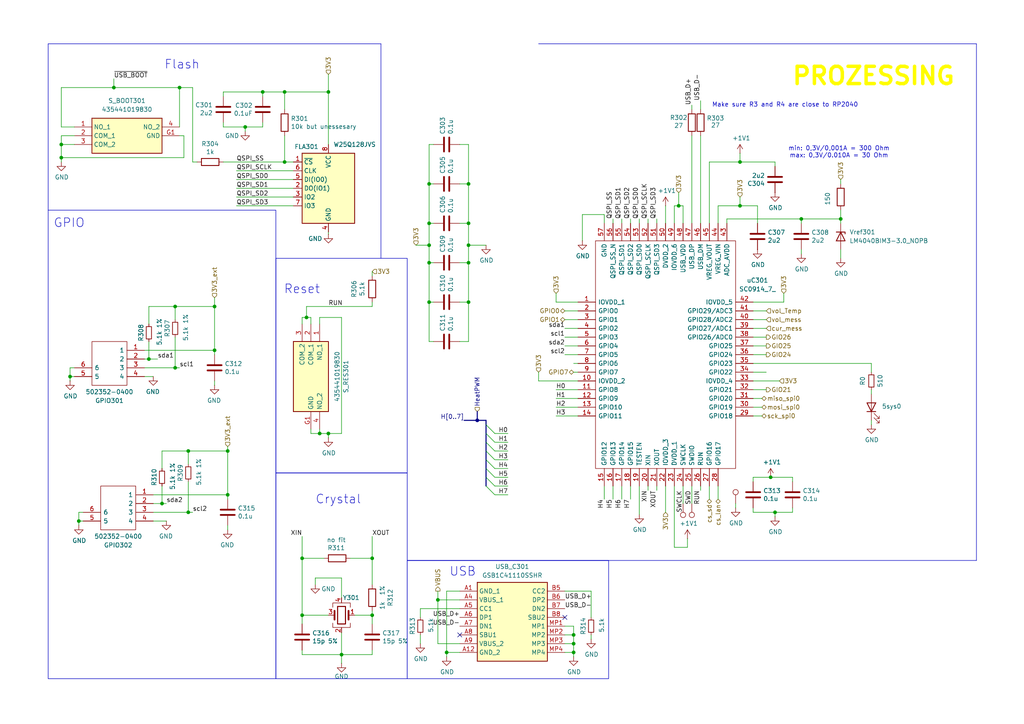
<source format=kicad_sch>
(kicad_sch (version 20231120) (generator "eeschema") (generator_version "8.0")
  (paper "A4")
  (junction (at 43.18 104.14))
  (junction (at 223.52 138.43))
  (junction (at 71.12 36.83))
  (junction (at 243.84 63.5))
  (junction (at 135.89 76.2))
  (junction (at 66.04 130.81))
  (junction (at 214.63 46.99))
  (junction (at 95.25 125.73))
  (junction (at 135.89 64.77))
  (junction (at 124.46 53.34))
  (junction (at 127 173.99))
  (junction (at 17.78 45.72))
  (junction (at 88.9 92.075))
  (junction (at 87.63 178.435))
  (junction (at 129.54 189.23))
  (junction (at 46.99 146.05))
  (junction (at 76.2 26.67))
  (junction (at 62.23 101.6))
  (junction (at 107.95 178.435))
  (junction (at 54.61 130.81))
  (junction (at 224.79 148.59))
  (junction (at 52.07 25.4))
  (junction (at 82.55 26.67))
  (junction (at 50.8 106.68))
  (junction (at 124.46 87.63))
  (junction (at 82.55 46.99))
  (junction (at 50.8 88.9))
  (junction (at 124.46 76.2))
  (junction (at 135.89 87.63))
  (junction (at 33.02 25.4))
  (junction (at 124.46 64.77))
  (junction (at 138.43 121.92))
  (junction (at 232.41 63.5))
  (junction (at 99.06 189.865))
  (junction (at 135.89 71.12))
  (junction (at 92.71 125.73))
  (junction (at 196.85 59.69))
  (junction (at 95.25 26.67))
  (junction (at 22.86 151.13))
  (junction (at 214.63 59.69))
  (junction (at 124.46 71.12))
  (junction (at 87.63 161.925))
  (junction (at 54.61 148.59))
  (junction (at 17.78 41.91))
  (junction (at 107.95 161.925))
  (junction (at 66.04 143.51))
  (junction (at 166.37 189.23))
  (junction (at 20.32 109.22))
  (junction (at 166.37 186.69))
  (junction (at 62.23 88.9))
  (junction (at 166.37 184.15))
  (junction (at 135.89 53.34))
  (no_connect (at 133.35 184.15))
  (no_connect (at 163.83 179.07))
  (bus_entry (at 143.51 133.35) (size -2.54 -2.54))
  (bus_entry (at 143.51 140.97) (size -2.54 -2.54))
  (bus_entry (at 143.51 130.81) (size -2.54 -2.54))
  (bus_entry (at 143.51 128.27) (size -2.54 -2.54))
  (bus_entry (at 143.51 135.89) (size -2.54 -2.54))
  (bus_entry (at 143.51 143.51) (size -2.54 -2.54))
  (bus_entry (at 140.97 123.19) (size 2.54 2.54))
  (bus_entry (at 143.51 138.43) (size -2.54 -2.54))
  (wire (pts (xy 147.32 130.81) (xy 143.51 130.81)))
  (wire (pts (xy 166.37 107.95) (xy 167.64 107.95)))
  (wire (pts (xy 163.83 189.23) (xy 166.37 189.23)))
  (wire (pts (xy 121.92 186.69) (xy 121.92 184.15)))
  (wire (pts (xy 210.82 63.5) (xy 210.82 64.77)))
  (wire (pts (xy 92.71 125.73) (xy 92.71 124.46)))
  (wire (pts (xy 180.34 144.78) (xy 180.34 140.97)))
  (wire (pts (xy 88.9 88.9) (xy 107.95 88.9)))
  (polyline (pts (xy 110.49 12.7) (xy 110.49 74.93)))
  (wire (pts (xy 54.61 130.81) (xy 54.61 134.62)))
  (wire (pts (xy 133.35 189.23) (xy 129.54 189.23)))
  (wire (pts (xy 166.37 186.69) (xy 166.37 184.15)))
  (wire (pts (xy 87.63 178.435) (xy 87.63 180.975)))
  (wire (pts (xy 168.91 62.23) (xy 168.91 69.85)))
  (wire (pts (xy 190.5 63.5) (xy 190.5 64.77)))
  (wire (pts (xy 208.28 140.97) (xy 208.28 144.78)))
  (wire (pts (xy 46.99 140.97) (xy 46.99 146.05)))
  (wire (pts (xy 232.41 63.5) (xy 243.84 63.5)))
  (wire (pts (xy 167.64 120.65) (xy 161.29 120.65)))
  (wire (pts (xy 129.54 190.5) (xy 129.54 189.23)))
  (wire (pts (xy 205.74 46.99) (xy 205.74 64.77)))
  (wire (pts (xy 185.42 63.5) (xy 185.42 64.77)))
  (wire (pts (xy 218.44 138.43) (xy 223.52 138.43)))
  (wire (pts (xy 163.83 97.79) (xy 167.64 97.79)))
  (wire (pts (xy 203.2 142.24) (xy 203.2 140.97)))
  (wire (pts (xy 195.58 140.97) (xy 195.58 158.75)))
  (wire (pts (xy 219.71 59.69) (xy 219.71 64.77)))
  (wire (pts (xy 82.55 46.99) (xy 85.09 46.99)))
  (wire (pts (xy 125.73 99.06) (xy 124.46 99.06)))
  (wire (pts (xy 99.06 167.64) (xy 91.44 167.64)))
  (wire (pts (xy 166.37 189.23) (xy 166.37 186.69)))
  (wire (pts (xy 87.63 92.075) (xy 88.9 92.075)))
  (bus (pts (xy 140.97 121.92) (xy 138.43 121.92)))
  (wire (pts (xy 124.46 71.12) (xy 124.46 76.2)))
  (wire (pts (xy 193.04 59.69) (xy 193.04 64.77)))
  (wire (pts (xy 208.28 59.69) (xy 214.63 59.69)))
  (wire (pts (xy 87.63 189.865) (xy 99.06 189.865)))
  (wire (pts (xy 88.9 92.075) (xy 88.9 88.9)))
  (wire (pts (xy 99.06 92.075) (xy 99.06 125.73)))
  (wire (pts (xy 163.83 184.15) (xy 166.37 184.15)))
  (wire (pts (xy 62.23 88.9) (xy 62.23 101.6)))
  (wire (pts (xy 21.59 36.83) (xy 17.78 36.83)))
  (wire (pts (xy 252.73 105.41) (xy 252.73 107.95)))
  (wire (pts (xy 64.77 36.83) (xy 64.77 35.56)))
  (wire (pts (xy 218.44 113.03) (xy 222.25 113.03)))
  (wire (pts (xy 232.41 72.39) (xy 232.41 73.66)))
  (wire (pts (xy 99.06 189.865) (xy 107.95 189.865)))
  (wire (pts (xy 232.41 63.5) (xy 232.41 64.77)))
  (wire (pts (xy 22.86 148.59) (xy 22.86 151.13)))
  (wire (pts (xy 252.73 123.19) (xy 252.73 121.92)))
  (wire (pts (xy 87.63 161.925) (xy 87.63 178.435)))
  (wire (pts (xy 41.91 106.68) (xy 50.8 106.68)))
  (wire (pts (xy 156.21 110.49) (xy 167.64 110.49)))
  (wire (pts (xy 17.78 25.4) (xy 33.02 25.4)))
  (wire (pts (xy 76.2 27.94) (xy 76.2 26.67)))
  (wire (pts (xy 218.44 105.41) (xy 252.73 105.41)))
  (wire (pts (xy 17.78 39.37) (xy 17.78 41.91)))
  (wire (pts (xy 107.95 189.865) (xy 107.95 188.595)))
  (wire (pts (xy 95.25 26.67) (xy 95.25 41.91)))
  (wire (pts (xy 222.25 100.33) (xy 218.44 100.33)))
  (wire (pts (xy 133.35 53.34) (xy 135.89 53.34)))
  (wire (pts (xy 214.63 57.15) (xy 214.63 59.69)))
  (wire (pts (xy 133.35 41.91) (xy 135.89 41.91)))
  (wire (pts (xy 62.23 86.36) (xy 62.23 88.9)))
  (wire (pts (xy 129.54 171.45) (xy 133.35 171.45)))
  (wire (pts (xy 161.29 87.63) (xy 167.64 87.63)))
  (bus (pts (xy 140.97 133.35) (xy 140.97 135.89)))
  (wire (pts (xy 135.89 64.77) (xy 135.89 53.34)))
  (wire (pts (xy 88.9 92.075) (xy 90.17 92.075)))
  (wire (pts (xy 107.95 178.435) (xy 107.95 180.975)))
  (wire (pts (xy 62.23 101.6) (xy 62.23 102.87)))
  (wire (pts (xy 147.32 138.43) (xy 143.51 138.43)))
  (wire (pts (xy 43.18 88.9) (xy 43.18 93.98)))
  (wire (pts (xy 46.99 130.81) (xy 54.61 130.81)))
  (wire (pts (xy 135.89 71.12) (xy 140.97 71.12)))
  (wire (pts (xy 167.64 115.57) (xy 161.29 115.57)))
  (wire (pts (xy 229.87 139.7) (xy 229.87 138.43)))
  (wire (pts (xy 62.23 88.9) (xy 50.8 88.9)))
  (wire (pts (xy 135.89 71.12) (xy 135.89 64.77)))
  (wire (pts (xy 99.06 125.73) (xy 95.25 125.73)))
  (polyline (pts (xy 156.21 12.7) (xy 283.21 12.7)))
  (wire (pts (xy 177.8 144.78) (xy 177.8 140.97)))
  (wire (pts (xy 135.89 71.12) (xy 135.89 76.2)))
  (bus (pts (xy 134.62 121.92) (xy 138.43 121.92)))
  (bus (pts (xy 140.97 121.92) (xy 140.97 123.19)))
  (wire (pts (xy 127 173.99) (xy 133.35 173.99)))
  (wire (pts (xy 214.63 46.99) (xy 224.79 46.99)))
  (wire (pts (xy 163.83 102.87) (xy 167.64 102.87)))
  (wire (pts (xy 218.44 115.57) (xy 220.98 115.57)))
  (wire (pts (xy 224.79 148.59) (xy 229.87 148.59)))
  (wire (pts (xy 166.37 190.5) (xy 166.37 189.23)))
  (wire (pts (xy 147.32 140.97) (xy 143.51 140.97)))
  (wire (pts (xy 185.42 149.225) (xy 185.42 140.97)))
  (wire (pts (xy 163.83 100.33) (xy 167.64 100.33)))
  (bus (pts (xy 140.97 135.89) (xy 140.97 138.43)))
  (bus (pts (xy 140.97 133.35) (xy 140.97 130.81)))
  (wire (pts (xy 177.8 63.5) (xy 177.8 64.77)))
  (wire (pts (xy 92.71 125.73) (xy 90.17 125.73)))
  (wire (pts (xy 22.86 152.4) (xy 22.86 151.13)))
  (wire (pts (xy 33.02 22.86) (xy 33.02 25.4)))
  (wire (pts (xy 22.86 151.13) (xy 24.13 151.13)))
  (wire (pts (xy 85.09 59.69) (xy 68.58 59.69)))
  (wire (pts (xy 124.46 64.77) (xy 124.46 71.12)))
  (wire (pts (xy 107.95 169.545) (xy 107.95 161.925)))
  (wire (pts (xy 82.55 26.67) (xy 95.25 26.67)))
  (wire (pts (xy 44.45 146.05) (xy 46.99 146.05)))
  (wire (pts (xy 133.35 99.06) (xy 135.89 99.06)))
  (wire (pts (xy 222.25 102.87) (xy 218.44 102.87)))
  (wire (pts (xy 156.21 107.95) (xy 156.21 110.49)))
  (wire (pts (xy 218.44 118.11) (xy 220.98 118.11)))
  (wire (pts (xy 127 171.45) (xy 127 173.99)))
  (wire (pts (xy 20.32 106.68) (xy 21.59 106.68)))
  (wire (pts (xy 166.37 105.41) (xy 167.64 105.41)))
  (wire (pts (xy 224.79 46.99) (xy 224.79 48.26)))
  (wire (pts (xy 200.66 30.48) (xy 200.66 31.75)))
  (wire (pts (xy 44.45 151.13) (xy 48.26 151.13)))
  (bus (pts (xy 140.97 123.19) (xy 140.97 125.73)))
  (wire (pts (xy 125.73 87.63) (xy 124.46 87.63)))
  (wire (pts (xy 43.18 104.14) (xy 45.72 104.14)))
  (wire (pts (xy 55.88 46.99) (xy 57.15 46.99)))
  (wire (pts (xy 95.25 125.73) (xy 92.71 125.73)))
  (wire (pts (xy 147.32 143.51) (xy 143.51 143.51)))
  (wire (pts (xy 85.09 52.07) (xy 68.58 52.07)))
  (wire (pts (xy 99.06 192.405) (xy 99.06 189.865)))
  (wire (pts (xy 87.63 92.075) (xy 87.63 93.98)))
  (wire (pts (xy 124.46 53.34) (xy 124.46 41.91)))
  (wire (pts (xy 182.88 144.78) (xy 182.88 140.97)))
  (wire (pts (xy 175.26 144.78) (xy 175.26 140.97)))
  (wire (pts (xy 135.89 76.2) (xy 135.89 87.63)))
  (wire (pts (xy 43.18 99.06) (xy 43.18 104.14)))
  (wire (pts (xy 227.33 87.63) (xy 218.44 87.63)))
  (wire (pts (xy 92.71 92.075) (xy 99.06 92.075)))
  (wire (pts (xy 166.37 181.61) (xy 163.83 181.61)))
  (wire (pts (xy 17.78 39.37) (xy 21.59 39.37)))
  (wire (pts (xy 53.34 45.72) (xy 17.78 45.72)))
  (wire (pts (xy 243.84 72.39) (xy 243.84 74.93)))
  (wire (pts (xy 22.86 148.59) (xy 24.13 148.59)))
  (bus (pts (xy 138.43 121.92) (xy 138.43 119.38)))
  (wire (pts (xy 44.45 143.51) (xy 66.04 143.51)))
  (wire (pts (xy 87.63 155.575) (xy 87.63 161.925)))
  (wire (pts (xy 133.35 64.77) (xy 135.89 64.77)))
  (wire (pts (xy 102.87 178.435) (xy 107.95 178.435)))
  (wire (pts (xy 127 186.69) (xy 133.35 186.69)))
  (wire (pts (xy 187.96 140.97) (xy 187.96 142.24)))
  (wire (pts (xy 182.88 63.5) (xy 182.88 64.77)))
  (wire (pts (xy 54.61 139.7) (xy 54.61 148.59)))
  (wire (pts (xy 82.55 31.75) (xy 82.55 26.67)))
  (wire (pts (xy 229.87 148.59) (xy 229.87 147.32)))
  (polyline (pts (xy 283.21 12.7) (xy 283.21 162.56)))
  (wire (pts (xy 210.82 63.5) (xy 232.41 63.5)))
  (wire (pts (xy 66.04 143.51) (xy 66.04 144.78)))
  (wire (pts (xy 166.37 184.15) (xy 166.37 181.61)))
  (wire (pts (xy 135.89 53.34) (xy 135.89 41.91)))
  (wire (pts (xy 87.63 189.865) (xy 87.63 188.595)))
  (wire (pts (xy 43.18 88.9) (xy 50.8 88.9)))
  (wire (pts (xy 214.63 59.69) (xy 219.71 59.69)))
  (wire (pts (xy 195.58 59.69) (xy 196.85 59.69)))
  (wire (pts (xy 76.2 36.83) (xy 76.2 35.56)))
  (wire (pts (xy 33.02 25.4) (xy 52.07 25.4)))
  (wire (pts (xy 20.32 106.68) (xy 20.32 109.22)))
  (wire (pts (xy 125.73 53.34) (xy 124.46 53.34)))
  (wire (pts (xy 107.95 80.01) (xy 107.95 78.74)))
  (wire (pts (xy 167.64 118.11) (xy 161.29 118.11)))
  (wire (pts (xy 50.8 97.79) (xy 50.8 106.68)))
  (polyline (pts (xy 13.97 12.7) (xy 110.49 12.7)))
  (wire (pts (xy 196.85 55.88) (xy 196.85 59.69)))
  (wire (pts (xy 71.12 36.83) (xy 76.2 36.83)))
  (wire (pts (xy 195.58 158.75) (xy 199.39 158.75)))
  (wire (pts (xy 92.71 93.98) (xy 92.71 92.075)))
  (wire (pts (xy 171.45 171.45) (xy 171.45 179.07)))
  (wire (pts (xy 200.66 140.97) (xy 200.66 146.05)))
  (polyline (pts (xy 13.97 60.96) (xy 13.97 12.7)))
  (wire (pts (xy 222.25 97.79) (xy 218.44 97.79)))
  (wire (pts (xy 41.91 109.22) (xy 44.45 109.22)))
  (wire (pts (xy 163.83 186.69) (xy 166.37 186.69)))
  (wire (pts (xy 64.77 46.99) (xy 82.55 46.99)))
  (wire (pts (xy 147.32 128.27) (xy 143.51 128.27)))
  (wire (pts (xy 168.91 62.23) (xy 175.26 62.23)))
  (wire (pts (xy 64.77 26.67) (xy 64.77 27.94)))
  (wire (pts (xy 95.25 67.945) (xy 95.25 67.31)))
  (wire (pts (xy 147.32 135.89) (xy 143.51 135.89)))
  (wire (pts (xy 243.84 63.5) (xy 243.84 64.77)))
  (wire (pts (xy 125.73 64.77) (xy 124.46 64.77)))
  (wire (pts (xy 223.52 138.43) (xy 229.87 138.43)))
  (wire (pts (xy 107.95 88.9) (xy 107.95 87.63)))
  (wire (pts (xy 208.28 59.69) (xy 208.28 64.77)))
  (wire (pts (xy 17.78 41.91) (xy 17.78 45.72)))
  (wire (pts (xy 163.83 171.45) (xy 171.45 171.45)))
  (wire (pts (xy 195.58 59.69) (xy 195.58 64.77)))
  (wire (pts (xy 66.04 153.67) (xy 66.04 152.4)))
  (wire (pts (xy 76.2 26.67) (xy 64.77 26.67)))
  (wire (pts (xy 90.17 93.98) (xy 90.17 92.075)))
  (wire (pts (xy 133.35 76.2) (xy 135.89 76.2)))
  (wire (pts (xy 203.2 64.77) (xy 203.2 39.37)))
  (wire (pts (xy 66.04 130.81) (xy 66.04 129.54)))
  (wire (pts (xy 41.91 104.14) (xy 43.18 104.14)))
  (wire (pts (xy 218.44 107.95) (xy 222.25 107.95)))
  (wire (pts (xy 161.29 85.09) (xy 161.29 87.63)))
  (wire (pts (xy 227.33 85.09) (xy 227.33 87.63)))
  (wire (pts (xy 125.73 41.91) (xy 124.46 41.91)))
  (wire (pts (xy 124.46 64.77) (xy 124.46 53.34)))
  (wire (pts (xy 129.54 189.23) (xy 129.54 171.45)))
  (wire (pts (xy 55.88 25.4) (xy 52.07 25.4)))
  (wire (pts (xy 125.73 76.2) (xy 124.46 76.2)))
  (wire (pts (xy 252.73 113.03) (xy 252.73 114.3)))
  (wire (pts (xy 71.12 36.83) (xy 71.12 38.1)))
  (wire (pts (xy 17.78 36.83) (xy 17.78 25.4)))
  (wire (pts (xy 95.25 127) (xy 95.25 125.73)))
  (wire (pts (xy 20.32 110.49) (xy 20.32 109.22)))
  (wire (pts (xy 107.95 155.575) (xy 107.95 161.925)))
  (wire (pts (xy 46.99 146.05) (xy 48.26 146.05)))
  (wire (pts (xy 213.36 146.05) (xy 213.36 147.32)))
  (wire (pts (xy 218.44 148.59) (xy 224.79 148.59)))
  (bus (pts (xy 140.97 128.27) (xy 140.97 130.81)))
  (wire (pts (xy 54.61 148.59) (xy 55.88 148.59)))
  (wire (pts (xy 214.63 46.99) (xy 214.63 44.45)))
  (wire (pts (xy 46.99 130.81) (xy 46.99 135.89)))
  (wire (pts (xy 218.44 110.49) (xy 226.06 110.49)))
  (wire (pts (xy 64.77 36.83) (xy 71.12 36.83)))
  (wire (pts (xy 187.96 63.5) (xy 187.96 64.77)))
  (wire (pts (xy 218.44 147.32) (xy 218.44 148.59)))
  (wire (pts (xy 62.23 111.76) (xy 62.23 110.49)))
  (wire (pts (xy 107.95 178.435) (xy 107.95 177.165)))
  (bus (pts (xy 140.97 138.43) (xy 140.97 140.97)))
  (wire (pts (xy 163.83 90.17) (xy 167.64 90.17)))
  (wire (pts (xy 53.34 39.37) (xy 53.34 45.72)))
  (wire (pts (xy 44.45 148.59) (xy 54.61 148.59)))
  (wire (pts (xy 85.09 54.61) (xy 68.58 54.61)))
  (wire (pts (xy 199.39 156.21) (xy 199.39 158.75)))
  (wire (pts (xy 147.32 133.35) (xy 143.51 133.35)))
  (wire (pts (xy 135.89 87.63) (xy 135.89 99.06)))
  (wire (pts (xy 107.95 161.925) (xy 101.6 161.925)))
  (wire (pts (xy 198.12 140.97) (xy 198.12 146.05)))
  (wire (pts (xy 93.98 161.925) (xy 87.63 161.925)))
  (wire (pts (xy 55.88 25.4) (xy 55.88 46.99)))
  (wire (pts (xy 99.06 189.865) (xy 99.06 183.515)))
  (wire (pts (xy 85.09 57.15) (xy 68.58 57.15)))
  (wire (pts (xy 171.45 184.15) (xy 171.45 185.42)))
  (wire (pts (xy 90.17 125.73) (xy 90.17 124.46)))
  (wire (pts (xy 133.35 87.63) (xy 135.89 87.63)))
  (wire (pts (xy 50.8 88.9) (xy 50.8 92.71)))
  (wire (pts (xy 222.25 90.17) (xy 218.44 90.17)))
  (wire (pts (xy 222.25 92.71) (xy 218.44 92.71)))
  (wire (pts (xy 76.2 26.67) (xy 82.55 26.67)))
  (wire (pts (xy 193.04 140.97) (xy 193.04 148.59)))
  (wire (pts (xy 143.51 125.73) (xy 147.32 125.73)))
  (wire (pts (xy 95.25 21.59) (xy 95.25 26.67)))
  (wire (pts (xy 91.44 167.64) (xy 91.44 169.545)))
  (wire (pts (xy 222.25 95.25) (xy 218.44 95.25)))
  (wire (pts (xy 167.64 113.03) (xy 161.29 113.03)))
  (wire (pts (xy 120.65 71.12) (xy 124.46 71.12)))
  (wire (pts (xy 99.06 173.355) (xy 99.06 167.64)))
  (wire (pts (xy 190.5 142.24) (xy 190.5 140.97)))
  (wire (pts (xy 198.12 59.69) (xy 198.12 64.77)))
  (wire (pts (xy 54.61 130.81) (xy 66.04 130.81)))
  (wire (pts (xy 218.44 139.7) (xy 218.44 138.43)))
  (wire (pts (xy 243.84 52.07) (xy 243.84 53.34)))
  (wire (pts (xy 203.2 29.21) (xy 203.2 31.75)))
  (wire (pts (xy 17.78 41.91) (xy 21.59 41.91)))
  (wire (pts (xy 163.83 92.71) (xy 167.64 92.71)))
  (wire (pts (xy 121.92 176.53) (xy 121.92 179.07)))
  (wire (pts (xy 243.84 60.96) (xy 243.84 63.5)))
  (wire (pts (xy 127 173.99) (xy 127 186.69)))
  (wire (pts (xy 20.32 109.22) (xy 21.59 109.22)))
  (wire (pts (xy 224.79 148.59) (xy 224.79 149.86)))
  (wire (pts (xy 180.34 63.5) (xy 180.34 64.77)))
  (wire (pts (xy 163.83 95.25) (xy 167.64 95.25)))
  (wire (pts (xy 124.46 87.63) (xy 124.46 76.2)))
  (wire (pts (xy 200.66 64.77) (xy 200.66 39.37)))
  (wire (pts (xy 196.85 59.69) (xy 198.12 59.69)))
  (wire (pts (xy 17.78 46.99) (xy 17.78 45.72)))
  (wire (pts (xy 68.58 49.53) (xy 85.09 49.53)))
  (wire (pts (xy 124.46 99.06) (xy 124.46 87.63)))
  (wire (pts (xy 175.26 62.23) (xy 175.26 64.77)))
  (wire (pts (xy 50.8 106.68) (xy 52.07 106.68)))
  (wire (pts (xy 205.74 46.99) (xy 214.63 46.99)))
  (polyline (pts (xy 118.11 162.56) (xy 283.21 162.56)))
  (wire (pts (xy 41.91 101.6) (xy 62.23 101.6)))
  (wire (pts (xy 218.44 120.65) (xy 220.98 120.65)))
  (wire (pts (xy 82.55 39.37) (xy 82.55 46.99)))
  (wire (pts (xy 205.74 140.97) (xy 205.74 144.78)))
  (wire (pts (xy 53.34 39.37) (xy 52.07 39.37)))
  (wire (pts (xy 52.07 25.4) (xy 52.07 36.83)))
  (bus (pts (xy 140.97 125.73) (xy 140.97 128.27)))
  (wire (pts (xy 87.63 178.435) (xy 95.25 178.435)))
  (wire (pts (xy 66.04 130.81) (xy 66.04 143.51)))
  (wire (pts (xy 121.92 176.53) (xy 133.35 176.53)))
  (rectangle (start 80.01 74.93) (end 118.11 137.16))
  (rectangle (start 80.01 137.16) (end 118.11 196.85))
  (rectangle (start 13.97 60.96) (end 80.01 196.85))
  (rectangle (start 118.11 162.56) (end 176.53 196.85))
  (text "Reset" (at 82.296 85.471 0) (effects (font (size 2.54 2.54)) (justify left bottom)))
  (text "min: 0,3V/0,001A = 300 Ohm\nmax: 0,3V/0.010A = 30 Ohm" (at 243.332 44.196 0) (effects (font (size 1.27 1.27))))
  (text "Crystal" (at 91.44 146.431 0) (effects (font (size 2.54 2.54)) (justify left bottom)))
  (text "Flash" (at 47.625 20.32 0) (effects (font (size 2.54 2.54)) (justify left bottom)))
  (text "USB" (at 130.302 167.386 0) (effects (font (size 2.54 2.54)) (justify left bottom)))
  (text "Make sure R3 and R4 are close to RP2040" (at 248.92 31.242 0) (effects (font (size 1.27 1.27)) (justify right bottom)))
  (text "PROZESSING" (at 229.362 25.146 0) (effects (font (size 5 5) (thickness 1) (bold yes)) (justify left bottom)))
  (text "GPIO" (at 15.494 66.294 0) (effects (font (size 2.54 2.54)) (justify left bottom)))
  (label "QSPI_SS" (at 177.8 63.5 90))
  (label "USB_D+" (at 133.35 179.07 180))
  (label "QSPI_SD3" (at 68.58 59.69 0))
  (label "H4" (at 175.26 144.78 270))
  (label "XOUT" (at 190.5 142.24 270))
  (label "QSPI_SS" (at 68.58 46.99 0))
  (label "QSPI_SD0" (at 68.58 52.07 0))
  (label "QSPI_SCLK" (at 187.96 63.5 90))
  (label "QSPI_SCLK" (at 68.58 49.53 0))
  (label "SWD" (at 200.66 142.24 270))
  (label "H6" (at 147.32 140.97 180))
  (label "H5" (at 177.8 144.78 270))
  (label "RUN" (at 203.2 142.24 270))
  (label "scl1" (at 163.83 97.79 180))
  (label "H1" (at 147.32 128.27 180))
  (label "XIN" (at 87.63 155.575 180))
  (label "sda1" (at 163.83 95.25 180))
  (label "H4" (at 147.32 135.89 180))
  (label "QSPI_SD0" (at 185.42 63.5 90))
  (label "sda1" (at 45.72 104.14 0))
  (label "scl1" (at 52.07 106.68 0))
  (label "XOUT" (at 107.95 155.575 0))
  (label "USB_D-" (at 203.2 29.21 90))
  (label "H2" (at 161.29 118.11 0))
  (label "H[0..7]" (at 134.62 121.92 180))
  (label "SWCLK" (at 198.12 142.24 270))
  (label "~{USB_BOOT}" (at 33.02 22.86 0))
  (label "H0" (at 161.29 113.03 0))
  (label "H2" (at 147.32 130.81 180))
  (label "scl2" (at 163.83 102.87 180))
  (label "H7" (at 182.88 144.78 270))
  (label "H7" (at 147.32 143.51 180))
  (label "QSPI_SD1" (at 180.34 63.5 90))
  (label "H5" (at 147.32 138.43 180))
  (label "XIN" (at 187.96 142.24 270))
  (label "H0" (at 147.32 125.73 180))
  (label "scl2" (at 55.88 148.59 0))
  (label "USB_D+" (at 163.83 173.99 0))
  (label "QSPI_SD2" (at 182.88 63.5 90))
  (label "USB_D+" (at 200.66 30.48 90))
  (label "USB_D-" (at 163.83 176.53 0))
  (label "QSPI_SD3" (at 190.5 63.5 90))
  (label "RUN" (at 95.25 88.9 0))
  (label "H6" (at 180.34 144.78 270))
  (label "H3" (at 161.29 120.65 0))
  (label "sda2" (at 48.26 146.05 0))
  (label "USB_D-" (at 133.35 181.61 180))
  (label "H3" (at 147.32 133.35 180))
  (label "H1" (at 161.29 115.57 0))
  (label "QSPI_SD1" (at 68.58 54.61 0))
  (label "sda2" (at 163.83 100.33 180))
  (label "QSPI_SD2" (at 68.58 57.15 0))
  (hierarchical_label "cs_sd" (shape bidirectional) (at 205.74 144.78 270))
  (hierarchical_label "cs_lan" (shape bidirectional) (at 208.28 144.78 270))
  (hierarchical_label "sck_spi0" (shape bidirectional) (at 220.98 120.65 0))
  (hierarchical_label "GIO24" (shape output) (at 222.25 102.87 0))
  (hierarchical_label "cur_mess" (shape input) (at 222.25 95.25 0))
  (hierarchical_label "3V3" (shape input) (at 95.25 21.59 90))
  (hierarchical_label "miso_spi0" (shape bidirectional) (at 220.98 115.57 0))
  (hierarchical_label "3V3_ext" (shape input) (at 66.04 129.54 90))
  (hierarchical_label "3V3" (shape input) (at 226.06 110.49 0))
  (hierarchical_label "3V3" (shape input) (at 161.29 85.09 90))
  (hierarchical_label "3V3" (shape input) (at 227.33 85.09 90))
  (hierarchical_label "GPIO0" (shape bidirectional) (at 163.83 90.17 180))
  (hierarchical_label "VBUS" (shape output) (at 127 171.45 90))
  (hierarchical_label "3V3" (shape input) (at 214.63 57.15 90))
  (hierarchical_label "3V3" (shape input) (at 243.84 52.07 90))
  (hierarchical_label "3V3_ext" (shape input) (at 62.23 86.36 90))
  (hierarchical_label "vol_mess" (shape input) (at 222.25 92.71 0))
  (hierarchical_label "3V3" (shape input) (at 156.21 107.95 90))
  (hierarchical_label "GPIO1" (shape bidirectional) (at 163.83 92.71 180))
  (hierarchical_label "3V3" (shape input) (at 107.95 78.74 0))
  (hierarchical_label "mosi_spi0" (shape bidirectional) (at 220.98 118.11 0))
  (hierarchical_label "GIO26" (shape output) (at 222.25 97.79 0))
  (hierarchical_label "GIO21" (shape output) (at 222.25 113.03 0))
  (hierarchical_label "3V3" (shape input) (at 193.04 148.59 270))
  (hierarchical_label "3V3" (shape input) (at 120.65 71.12 90))
  (hierarchical_label "GIO25" (shape output) (at 222.25 100.33 0))
  (hierarchical_label "GPIO7" (shape bidirectional) (at 166.37 107.95 180))
  (hierarchical_label "vol_Temp" (shape input) (at 222.25 90.17 0))
  (hierarchical_label "3V3" (shape input) (at 196.85 55.88 90))
  (hierarchical_label "HeatPWM" (shape input) (at 138.43 119.38 90))
  (symbol (lib_id "SymbolsBalloonv4:GND") (at 66.04 153.67 0) (mirror y) (unit 1)
    (property "Reference" "#PWR0322" (effects (hide yes)))
    (property "Value" "GND" (at 65.913 158.0642 0))
    (property "Description" "Power symbol creates a global label with name \"GND\" , ground" (effects (hide yes)))
  )
  (symbol (lib_id "SymbolsBalloonv4:GND") (at 185.42 149.225 0) (unit 1)
    (property "Reference" "#PWR0319" (effects (hide yes)))
    (property "Value" "GND" (at 185.547 153.6192 0))
    (property "Description" "Power symbol creates a global label with name \"GND\" , ground" (effects (hide yes)))
  )
  (symbol (lib_id "SymbolsBalloonv4:C") (at 129.54 99.06 90) (unit 1)
    (property "Reference" "C311" (at 128.3716 96.139 0) (effects (justify left)))
    (property "Value" "0.1u" (at 130.683 96.139 0) (effects (justify left)))
    (property "Footprint" "Capacitor_SMD:C_0402_1005Metric_Pad0.74x0.62mm_HandSolder" (effects (hide yes)))
    (property "Description" "Unpolarized capacitor" (effects (hide yes)))
  )
  (symbol (lib_id "SymbolsBalloonv4:C") (at 229.87 143.51 0) (unit 1)
    (property "Reference" "C314" (at 232.791 142.3416 0) (effects (justify left)))
    (property "Value" "0.1u" (at 232.791 144.653 0) (effects (justify left)))
    (property "Footprint" "Capacitor_SMD:C_0402_1005Metric_Pad0.74x0.62mm_HandSolder" (effects (hide yes)))
    (property "Description" "Unpolarized capacitor" (effects (hide yes)))
  )
  (symbol (lib_id "SymbolsBalloonv4:R") (at 107.95 173.355 180) (unit 1)
    (property "Reference" "R312" (at 113.2078 173.355 90))
    (property "Value" "1k  1%" (at 110.8964 173.355 90))
    (property "Footprint" "Resistor_SMD:R_0603_1608Metric_Pad0.98x0.95mm_HandSolder" (effects (hide yes)))
    (property "Description" "Resistor" (effects (hide yes)))
  )
  (symbol (lib_id "SymbolsBalloonv4:R") (at 60.96 46.99 270) (unit 1)
    (property "Reference" "R304" (at 60.96 41.7322 90))
    (property "Value" "1k" (at 60.96 44.0436 90))
    (property "Footprint" "Resistor_SMD:R_0603_1608Metric_Pad0.98x0.95mm_HandSolder" (effects (hide yes)))
    (property "Description" "Resistor" (effects (hide yes)))
  )
  (symbol (lib_id "SymbolsBalloonv4:C") (at 129.54 76.2 90) (unit 1)
    (property "Reference" "C309" (at 128.3716 73.279 0) (effects (justify left)))
    (property "Value" "0.1u" (at 130.683 73.279 0) (effects (justify left)))
    (property "Footprint" "Capacitor_SMD:C_0402_1005Metric_Pad0.74x0.62mm_HandSolder" (effects (hide yes)))
    (property "Description" "Unpolarized capacitor" (effects (hide yes)))
  )
  (symbol (lib_id "SymbolsBalloonv4:C") (at 219.71 68.58 0) (unit 1)
    (property "Reference" "C307" (at 222.631 67.4116 0) (effects (justify left)))
    (property "Value" "2u2" (at 222.631 69.723 0) (effects (justify left)))
    (property "Footprint" "Capacitor_SMD:C_0805_2012Metric_Pad1.18x1.45mm_HandSolder" (effects (hide yes)))
    (property "Description" "Unpolarized capacitor" (effects (hide yes)))
  )
  (symbol (lib_id "SymbolsBalloonv4:C") (at 66.04 148.59 0) (unit 1)
    (property "Reference" "C315" (at 68.961 147.4216 0) (effects (justify left)))
    (property "Value" "0.1u" (at 68.961 149.733 0) (effects (justify left)))
    (property "Footprint" "Capacitor_SMD:C_0402_1005Metric_Pad0.74x0.62mm_HandSolder" (effects (hide yes)))
    (property "Description" "Unpolarized capacitor" (effects (hide yes)))
  )
  (symbol (lib_id "SymbolsBalloonv4:GND") (at 219.71 72.39 0) (unit 1)
    (property "Reference" "#PWR0309" (effects (hide yes)))
    (property "Value" "GND" (at 219.837 76.7842 0))
    (property "Description" "Power symbol creates a global label with name \"GND\" , ground" (effects (hide yes)))
  )
  (symbol (lib_id "SymbolsBalloonv4:GND") (at 213.36 147.32 0) (unit 1)
    (property "Reference" "#PWR0318" (effects (hide yes)))
    (property "Value" "GND" (at 213.487 151.7142 0))
    (property "Description" "Power symbol creates a global label with name \"GND\" , ground" (effects (hide yes)))
  )
  (symbol (lib_id "SymbolsBalloonv4:C") (at 64.77 31.75 180) (unit 1)
    (property "Reference" "C301" (at 61.722 30.4546 0) (effects (justify left)))
    (property "Value" "2u2" (at 61.722 32.766 0) (effects (justify left)))
    (property "Footprint" "Capacitor_SMD:C_0805_2012Metric_Pad1.18x1.45mm_HandSolder" (effects (hide yes)))
    (property "Description" "Unpolarized capacitor" (effects (hide yes)))
  )
  (symbol (lib_id "SymbolsBalloonv4:R_Small") (at 50.8 95.25 180) (unit 1)
    (property "Reference" "R307" (at 48.514 95.25 90))
    (property "Value" "5.1k 1%" (at 53.848 94.996 90))
    (property "Footprint" "Resistor_SMD:R_0603_1608Metric_Pad0.98x0.95mm_HandSolder" (effects (hide yes)))
    (property "Description" "Resistor, small symbol" (effects (hide yes)))
  )
  (symbol (lib_id "SymbolsBalloonv4:C") (at 129.54 53.34 90) (unit 1)
    (property "Reference" "C305" (at 128.3716 50.419 0) (effects (justify left)))
    (property "Value" "0.1u" (at 130.683 50.419 0) (effects (justify left)))
    (property "Footprint" "Capacitor_SMD:C_0402_1005Metric_Pad0.74x0.62mm_HandSolder" (effects (hide yes)))
    (property "Description" "Unpolarized capacitor" (effects (hide yes)))
  )
  (symbol (lib_id "SymbolsBalloonv4:GND") (at 121.92 186.69 0) (unit 1)
    (property "Reference" "#PWR0326" (effects (hide yes)))
    (property "Value" "GND" (at 122.047 191.0842 0))
    (property "Description" "Power symbol creates a global label with name \"GND\" , ground" (effects (hide yes)))
  )
  (symbol (lib_id "SymbolsBalloonv4:R") (at 97.79 161.925 90) (unit 1)
    (property "Reference" "R311" (at 97.536 158.9024 90))
    (property "Value" "no fit" (at 97.536 156.591 90))
    (property "Footprint" "Resistor_SMD:R_0402_1005Metric_Pad0.72x0.64mm_HandSolder" (effects (hide yes)))
    (property "Description" "Resistor" (effects (hide yes)))
  )
  (symbol (lib_id "SymbolsBalloonv4:GND") (at 62.23 111.76 0) (mirror y) (unit 1)
    (property "Reference" "#PWR0314" (effects (hide yes)))
    (property "Value" "GND" (at 62.103 116.1542 0))
    (property "Description" "Power symbol creates a global label with name \"GND\" , ground" (effects (hide yes)))
  )
  (symbol (lib_id "SymbolsBalloonv4:C") (at 129.54 41.91 90) (unit 1)
    (property "Reference" "C303" (at 128.3716 38.989 0) (effects (justify left)))
    (property "Value" "0.1u" (at 130.683 38.989 0) (effects (justify left)))
    (property "Footprint" "Capacitor_SMD:C_0402_1005Metric_Pad0.74x0.62mm_HandSolder" (effects (hide yes)))
    (property "Description" "Unpolarized capacitor" (effects (hide yes)))
  )
  (symbol (lib_id "SymbolsBalloonv4:R_Small") (at 43.18 96.52 180) (unit 1)
    (property "Reference" "R308" (at 40.894 96.52 90))
    (property "Value" "5.1k 1%" (at 46.228 96.266 90))
    (property "Footprint" "Resistor_SMD:R_0603_1608Metric_Pad0.98x0.95mm_HandSolder" (effects (hide yes)))
    (property "Description" "Resistor, small symbol" (effects (hide yes)))
  )
  (symbol (lib_id "SymbolsBalloonv4:GND") (at 243.84 74.93 0) (unit 1)
    (property "Reference" "#PWR0311" (effects (hide yes)))
    (property "Value" "GND" (at 243.967 79.3242 0))
    (property "Description" "Power symbol creates a global label with name \"GND\" , ground" (effects (hide yes)))
  )
  (symbol (lib_id "SymbolsBalloonv4:R") (at 82.55 35.56 0) (unit 1)
    (property "Reference" "R301" (at 84.328 34.3916 0) (effects (justify left)))
    (property "Value" "10k but unessesary" (at 84.328 36.703 0) (effects (justify left)))
    (property "Footprint" "Resistor_SMD:R_0603_1608Metric_Pad0.98x0.95mm_HandSolder" (effects (hide yes)))
    (property "Description" "Resistor" (effects (hide yes)))
  )
  (symbol (lib_id "SymbolsBalloonv4:R_Small") (at 252.73 110.49 180) (unit 1)
    (property "Reference" "R0" (at 250.19 110.49 90))
    (property "Value" "510" (at 255.27 110.49 90))
    (property "Footprint" "Resistor_SMD:R_0603_1608Metric_Pad0.98x0.95mm_HandSolder" (effects (hide yes)))
    (property "Description" "Resistor, small symbol" (effects (hide yes)))
  )
  (symbol (lib_id "SymbolsBalloonv4:GSB1C41110SSHR") (at 133.35 171.45 0) (unit 1)
    (property "Reference" "USB_C301" (at 148.59 164.338 0))
    (property "Value" "GSB1C41110SSHR" (at 148.59 166.878 0))
    (property "Footprint" "SamacSys_Parts:GSB1C41110SSHR" (effects (hide yes)))
    (property "Datasheet" "https://cdn.amphenol-cs.com/media/wysiwyg/files/drawing/gsb1c41x10sshr-ax1.pdf" (effects (hide yes)))
    (property "Description" "USB2.0, Type C, Top mount, Center Height 1.63mm, Single Row Surface Mount" (effects (hide yes)))
    (property "Height" "3.41" (effects (hide yes)))
    (property "Manufacturer_Name" "Amphenol Communications Solutions" (effects (hide yes)))
    (property "Manufacturer_Part_Number" "GSB1C41110SSHR" (effects (hide yes)))
  )
  (symbol (lib_id "SymbolsBalloonv4:C") (at 224.79 52.07 180) (unit 1)
    (property "Reference" "C304" (at 221.869 53.2384 0) (effects (justify left)))
    (property "Value" "2u2" (at 221.869 50.927 0) (effects (justify left)))
    (property "Footprint" "Capacitor_SMD:C_0805_2012Metric_Pad1.18x1.45mm_HandSolder" (effects (hide yes)))
    (property "Description" "Unpolarized capacitor" (effects (hide yes)))
  )
  (symbol (lib_id "SymbolsBalloonv4:C") (at 218.44 143.51 0) (unit 1)
    (property "Reference" "C313" (at 221.361 142.3416 0) (effects (justify left)))
    (property "Value" "0.1u" (at 221.361 144.653 0) (effects (justify left)))
    (property "Footprint" "Capacitor_SMD:C_0402_1005Metric_Pad0.74x0.62mm_HandSolder" (effects (hide yes)))
    (property "Description" "Unpolarized capacitor" (effects (hide yes)))
  )
  (symbol (lib_id "SymbolsBalloonv4:C") (at 232.41 68.58 0) (unit 1)
    (property "Reference" "C308" (at 235.331 67.4116 0) (effects (justify left)))
    (property "Value" "2u2" (at 235.331 69.723 0) (effects (justify left)))
    (property "Footprint" "Capacitor_SMD:C_0805_2012Metric_Pad1.18x1.45mm_HandSolder" (effects (hide yes)))
    (property "Description" "Unpolarized capacitor" (effects (hide yes)))
  )
  (symbol (lib_id "SymbolsBalloonv4:GND") (at 140.97 71.12 0) (unit 1)
    (property "Reference" "#PWR0308" (effects (hide yes)))
    (property "Value" "GND" (at 141.097 75.5142 0))
    (property "Description" "Power symbol creates a global label with name \"GND\" , ground" (effects (hide yes)))
  )
  (symbol (lib_id "SymbolsBalloonv4:GND") (at 20.32 110.49 0) (unit 1)
    (property "Reference" "#PWR0312" (effects (hide yes)))
    (property "Value" "GND" (at 20.447 114.8842 0))
    (property "Description" "Power symbol creates a global label with name \"GND\" , ground" (effects (hide yes)))
  )
  (symbol (lib_id "SymbolsBalloonv4:GND") (at 129.54 190.5 0) (unit 1)
    (property "Reference" "#PWR0327" (effects (hide yes)))
    (property "Value" "GND" (at 129.667 194.8942 0))
    (property "Description" "Power symbol creates a global label with name \"GND\" , ground" (effects (hide yes)))
  )
  (symbol (lib_id "SymbolsBalloonv4:GND") (at 232.41 73.66 0) (unit 1)
    (property "Reference" "#PWR0310" (effects (hide yes)))
    (property "Value" "GND" (at 232.537 78.0542 0))
    (property "Description" "Power symbol creates a global label with name \"GND\" , ground" (effects (hide yes)))
  )
  (symbol (lib_id "SymbolsBalloonv4:502352-0400") (at 21.59 109.22 0) (mirror x) (unit 1)
    (property "Reference" "GPIO301" (at 31.75 116.205 0))
    (property "Value" "502352-0400" (at 31.75 113.665 0))
    (property "Footprint" "SamacSys_Parts:5023520400" (effects (hide yes)))
    (property "Datasheet" "https://www.molex.com/webdocs/datasheets/pdf/en-us/5023520400_PCB_HEADERS.pdf" (effects (hide yes)))
    (property "Description" "Molex DURACLIK 502352, 2mm Pitch, 4 Way, 1 Row, Right Angle PCB Header, Surface Mount" (effects (hide yes)))
    (property "Height" "6" (effects (hide yes)))
    (property "Mouser Part Number" "538-502352-0400" (effects (hide yes)))
    (property "Mouser Price/Stock" "https://www.mouser.co.uk/ProductDetail/Molex/502352-0400?qs=trbuaetfxXR36zZJ3J6CsQ%3D%3D" (effects (hide yes)))
    (property "Manufacturer_Name" "Molex" (effects (hide yes)))
    (property "Manufacturer_Part_Number" "502352-0400" (effects (hide yes)))
  )
  (symbol (lib_id "SymbolsBalloonv4:C") (at 87.63 184.785 0) (unit 1)
    (property "Reference" "C316" (at 90.551 183.6166 0) (effects (justify left)))
    (property "Value" "15p 5%" (at 90.551 185.928 0) (effects (justify left)))
    (property "Footprint" "Capacitor_SMD:C_0402_1005Metric_Pad0.74x0.62mm_HandSolder" (effects (hide yes)))
    (property "Description" "Unpolarized capacitor" (effects (hide yes)))
  )
  (symbol (lib_id "SymbolsBalloonv4:GND") (at 224.79 55.88 0) (unit 1)
    (property "Reference" "#PWR0304" (effects (hide yes)))
    (property "Value" "GND" (at 224.917 60.2742 0))
    (property "Description" "Power symbol creates a global label with name \"GND\" , ground" (effects (hide yes)))
  )
  (symbol (lib_id "SymbolsBalloonv4:GND") (at 44.45 109.22 0) (mirror y) (unit 1)
    (property "Reference" "#PWR0313" (effects (hide yes)))
    (property "Value" "GND" (at 44.323 113.6142 0))
    (property "Description" "Power symbol creates a global label with name \"GND\" , ground" (effects (hide yes)))
  )
  (symbol (lib_id "SymbolsBalloonv4:GND") (at 95.25 67.945 0) (unit 1)
    (property "Reference" "#PWR0306" (effects (hide yes)))
    (property "Value" "GND" (at 91.44 69.215 0))
    (property "Description" "Power symbol creates a global label with name \"GND\" , ground" (effects (hide yes)))
  )
  (symbol (lib_id "SymbolsBalloonv4:R") (at 200.66 35.56 0) (unit 1)
    (property "Reference" "R302" (at 196.85 34.1122 0))
    (property "Value" "27" (at 196.85 36.4236 0))
    (property "Footprint" "Resistor_SMD:R_0603_1608Metric_Pad0.98x0.95mm_HandSolder" (effects (hide yes)))
    (property "Description" "Resistor" (effects (hide yes)))
  )
  (symbol (lib_id "SymbolsBalloonv4:GND") (at 22.86 152.4 0) (unit 1)
    (property "Reference" "#PWR0317" (effects (hide yes)))
    (property "Value" "GND" (at 22.987 156.7942 0))
    (property "Description" "Power symbol creates a global label with name \"GND\" , ground" (effects (hide yes)))
  )
  (symbol (lib_id "SymbolsBalloonv4:LED") (at 252.73 118.11 90) (unit 1)
    (property "Reference" "5sys0" (at 255.778 117.856 90) (effects (justify right)))
    (property "Value" "APTD2012LCGCK" (effects (hide yes)))
    (property "Footprint" "SamacSys_Parts:LEDC2012X120N" (effects (hide yes)))
    (property "Description" "Light emitting diode" (effects (hide yes)))
    (property "Height" "1.2" (effects (hide yes)))
    (property "Mouser Part Number" "604-APTD2012LCGCK" (effects (hide yes)))
    (property "Mouser Price/Stock" "https://www.mouser.co.uk/ProductDetail/Kingbright/APTD2012LCGCK?qs=AQlKX63v8RvNHN%2F9EGvNTg%3D%3D" (effects (hide yes)))
    (property "Manufacturer_Name" "Kingbright" (effects (hide yes)))
    (property "Manufacturer_Part_Number" "APTD2012LCGCK" (effects (hide yes)))
  )
  (symbol (lib_id "SymbolsBalloonv4:435441019830") (at 92.71 93.98 270) (unit 1)
    (property "Reference" "S_RES301" (at 100.33 109.22 0))
    (property "Value" "435441019830" (at 97.79 109.22 0))
    (property "Footprint" "435441019830" (effects (hide yes)))
    (property "Datasheet" "https://www.we-online.com/catalog/datasheet/435441019830.pdf" (effects (hide yes)))
    (property "Description" "Tactile Switches WS-TASV Tact Switch Washable 4.1x2.8x1.9 mm SMT" (effects (hide yes)))
    (property "Height" "1.9" (effects (hide yes)))
    (property "Mouser Part Number" "710-435441019830" (effects (hide yes)))
    (property "Mouser Price/Stock" "https://www.mouser.co.uk/ProductDetail/Wurth-Elektronik/435441019830?qs=ufv2HEpFn%252BQgnhl%2FsZ0Vfw%3D%3D" (effects (hide yes)))
    (property "Manufacturer_Name" "Wurth Elektronik" (effects (hide yes)))
    (property "Manufacturer_Part_Number" "435441019830" (effects (hide yes)))
  )
  (symbol (lib_id "SymbolsBalloonv4:GND") (at 171.45 185.42 0) (unit 1)
    (property "Reference" "#PWR0325" (effects (hide yes)))
    (property "Value" "GND" (at 171.577 189.8142 0))
    (property "Description" "Power symbol creates a global label with name \"GND\" , ground" (effects (hide yes)))
  )
  (symbol (lib_id "SymbolsBalloonv4:R") (at 107.95 83.82 0) (unit 1)
    (property "Reference" "R306" (at 102.6922 83.82 90))
    (property "Value" "5.1k" (at 105.0036 83.82 90))
    (property "Footprint" "Resistor_SMD:R_0603_1608Metric_Pad0.98x0.95mm_HandSolder" (effects (hide yes)))
    (property "Description" "Resistor" (effects (hide yes)))
  )
  (symbol (lib_id "SymbolsBalloonv4:C") (at 76.2 31.75 0) (mirror y) (unit 1)
    (property "Reference" "C302" (at 73.279 30.5816 0) (effects (justify left)))
    (property "Value" "0.1uF" (at 73.279 32.893 0) (effects (justify left)))
    (property "Footprint" "Capacitor_SMD:C_0402_1005Metric_Pad0.74x0.62mm_HandSolder" (effects (hide yes)))
    (property "Description" "Unpolarized capacitor" (effects (hide yes)))
  )
  (symbol (lib_id "SymbolsBalloonv4:C") (at 62.23 106.68 0) (unit 1)
    (property "Reference" "C312" (at 65.151 105.5116 0) (effects (justify left)))
    (property "Value" "0.1u" (at 65.151 107.823 0) (effects (justify left)))
    (property "Footprint" "Capacitor_SMD:C_0402_1005Metric_Pad0.74x0.62mm_HandSolder" (effects (hide yes)))
    (property "Description" "Unpolarized capacitor" (effects (hide yes)))
  )
  (symbol (lib_id "SymbolsBalloonv4:GND") (at 95.25 127 0) (unit 1)
    (property "Reference" "#PWR0315" (effects (hide yes)))
    (property "Value" "GND" (at 95.377 131.3942 0))
    (property "Description" "Power symbol creates a global label with name \"GND\" , ground" (effects (hide yes)))
  )
  (symbol (lib_id "SymbolsBalloonv4:D_Zener") (at 243.84 68.58 270) (unit 1)
    (property "Reference" "Vref301" (at 246.38 67.3099 90) (effects (justify left)))
    (property "Value" "LM4040BIM3-3.0_NOPB" (at 246.38 69.8499 90) (effects (justify left)))
    (property "Footprint" "SamacSys_Parts:SOT95P237X112-3N" (effects (hide yes)))
    (property "Datasheet" "http://www.ti.com/lit/gpn/lm4040-n" (effects (hide yes)))
    (property "Description" "Zener diode" (effects (hide yes)))
    (property "Height" "1.12" (effects (hide yes)))
    (property "Mouser Part Number" "926-LM4040BIM330NOPB" (effects (hide yes)))
    (property "Mouser Price/Stock" "https://www.mouser.co.uk/ProductDetail/Texas-Instruments/LM4040BIM3-3.0-NOPB?qs=QbsRYf82W3FThDimo07Imw%3D%3D" (effects (hide yes)))
    (property "Manufacturer_Name" "Texas Instruments" (effects (hide yes)))
    (property "Manufacturer_Part_Number" "LM4040BIM3-3.0/NOPB" (effects (hide yes)))
  )
  (symbol (lib_id "SymbolsBalloonv4:R") (at 203.2 35.56 0) (unit 1)
    (property "Reference" "R303" (at 207.518 34.29 0))
    (property "Value" "27" (at 207.518 36.322 0))
    (property "Footprint" "Resistor_SMD:R_0603_1608Metric_Pad0.98x0.95mm_HandSolder" (effects (hide yes)))
    (property "Description" "Resistor" (effects (hide yes)))
  )
  (symbol (lib_id "SymbolsBalloonv4:C") (at 129.54 87.63 90) (unit 1)
    (property "Reference" "C310" (at 128.3716 84.709 0) (effects (justify left)))
    (property "Value" "0.1u" (at 130.683 84.709 0) (effects (justify left)))
    (property "Footprint" "Capacitor_SMD:C_0402_1005Metric_Pad0.74x0.62mm_HandSolder" (effects (hide yes)))
    (property "Description" "Unpolarized capacitor" (effects (hide yes)))
  )
  (symbol (lib_id "SymbolsBalloonv4:GND") (at 99.06 192.405 0) (unit 1)
    (property "Reference" "#PWR0329" (effects (hide yes)))
    (property "Value" "GND" (at 99.06 196.215 0))
    (property "Description" "Power symbol creates a global label with name \"GND\" , ground" (effects (hide yes)))
  )
  (symbol (lib_id "SymbolsBalloonv4:GND") (at 71.12 38.1 0) (mirror y) (unit 1)
    (property "Reference" "#PWR0301" (effects (hide yes)))
    (property "Value" "GND" (at 67.31 39.37 0))
    (property "Description" "Power symbol creates a global label with name \"GND\" , ground" (effects (hide yes)))
  )
  (symbol (lib_id "SymbolsBalloonv4:TestPoint") (at 200.66 146.05 180) (unit 1) (in_bom no)
    (property "Reference" "TP302" (effects (hide yes)))
    (property "Value" "TestPoint" (effects (hide yes)))
    (property "Footprint" "TestPoint:TestPoint_Pad_D1.0mm" (effects (hide yes)))
    (property "Description" "test point" (effects (hide yes)))
  )
  (symbol (lib_id "SymbolsBalloonv4:SC0914_7_") (at 167.64 87.63 0) (unit 1)
    (property "Reference" "uC301" (at 219.71 81.3114 0))
    (property "Value" "SC0914_7_" (at 219.71 83.8514 0))
    (property "Footprint" "QFN40P700X700X90-57N-D" (effects (hide yes)))
    (property "Description" "Microcontrollers connect the world of software to the world of hardware. They allow developers to write software which interacts with the physical world in the same deterministic, cycle-accurate manner as digital logic. They occupy the bottom left corner of the price/performance space, outselling their more powerful brethren by a factor of ten to one. They are the workhorses that power the digital transformation of our world." (effects (hide yes)))
    (property "Height" "0.9" (effects (hide yes)))
    (property "Mouser Part Number" "358-SC09147" (effects (hide yes)))
    (property "Mouser Price/Stock" "https://www.mouser.co.uk/ProductDetail/Raspberry-Pi/SC09147?qs=T%252BzbugeAwjhSpdbCB4ve%252Bg%3D%3D" (effects (hide yes)))
    (property "Manufacturer_Name" "RASPBERRY-PI" (effects (hide yes)))
    (property "Manufacturer_Part_Number" "SC0914(7)" (effects (hide yes)))
  )
  (symbol (lib_id "SymbolsBalloonv4:R_Small") (at 171.45 181.61 180) (unit 1)
    (property "Reference" "R314" (at 169.164 181.61 90))
    (property "Value" "5.1k" (at 174.498 181.356 90))
    (property "Footprint" "Resistor_SMD:R_0603_1608Metric_Pad0.98x0.95mm_HandSolder" (effects (hide yes)))
    (property "Description" "Resistor, small symbol" (effects (hide yes)))
  )
  (symbol (lib_id "SymbolsBalloonv4:C") (at 129.54 64.77 90) (unit 1)
    (property "Reference" "C306" (at 128.3716 61.849 0) (effects (justify left)))
    (property "Value" "0.1u" (at 130.683 61.849 0) (effects (justify left)))
    (property "Footprint" "Capacitor_SMD:C_0402_1005Metric_Pad0.74x0.62mm_HandSolder" (effects (hide yes)))
    (property "Description" "Unpolarized capacitor" (effects (hide yes)))
  )
  (symbol (lib_id "SymbolsBalloonv4:R_Small") (at 54.61 137.16 180) (unit 1)
    (property "Reference" "R309" (at 52.324 137.16 90))
    (property "Value" "5.1k 1%" (at 57.658 136.906 90))
    (property "Footprint" "Resistor_SMD:R_0603_1608Metric_Pad0.98x0.95mm_HandSolder" (effects (hide yes)))
    (property "Description" "Resistor, small symbol" (effects (hide yes)))
  )
  (symbol (lib_id "SymbolsBalloonv4:GND") (at 17.78 46.99 0) (unit 1)
    (property "Reference" "#PWR0303" (effects (hide yes)))
    (property "Value" "GND" (at 17.907 51.3842 0))
    (property "Description" "Power symbol creates a global label with name \"GND\" , ground" (effects (hide yes)))
  )
  (symbol (lib_id "SymbolsBalloonv4:TestPoint") (at 198.12 146.05 180) (unit 1) (in_bom no)
    (property "Reference" "TP301" (effects (hide yes)))
    (property "Value" "TestPoint" (effects (hide yes)))
    (property "Footprint" "TestPoint:TestPoint_Pad_D1.0mm" (effects (hide yes)))
    (property "Description" "test point" (effects (hide yes)))
  )
  (symbol (lib_id "SymbolsBalloonv4:Crystal_GND24") (at 99.06 178.435 180) (unit 1)
    (property "Reference" "Y301" (at 101.854 173.355 0))
    (property "Value" "ABM8G-12.000MHZ-4Y-T3" (effects (hide yes)))
    (property "Footprint" "SamacSys_Parts:ABM8G" (effects (hide yes)))
    (property "Description" "Four pin crystal, GND on pins 2 and 4" (effects (hide yes)))
    (property "Height" "1" (effects (hide yes)))
    (property "Mouser Part Number" "815-ABM8G-12-4YT3" (effects (hide yes)))
    (property "Mouser Price/Stock" "https://www.mouser.co.uk/ProductDetail/ABRACON/ABM8G-12.000MHZ-4Y-T3?qs=hxOQwdLlgepjgH1DpgEPEA%3D%3D" (effects (hide yes)))
    (property "Manufacturer_Name" "ABRACON" (effects (hide yes)))
    (property "Manufacturer_Part_Number" "ABM8G-12.000MHZ-4Y-T3" (effects (hide yes)))
  )
  (symbol (lib_id "SymbolsBalloonv4:+1V1") (at 223.52 138.43 0) (unit 1)
    (property "Reference" "#PWR0316" (effects (hide yes)))
    (property "Value" "+1V1" (at 223.901 134.0358 0))
    (property "Description" "Power symbol creates a global label with name \"+1V1\"" (effects (hide yes)))
  )
  (symbol (lib_id "SymbolsBalloonv4:+1V1") (at 193.04 59.69 0) (unit 1)
    (property "Reference" "#PWR0305" (effects (hide yes)))
    (property "Value" "+1V1" (at 193.421 55.2958 0))
    (property "Description" "Power symbol creates a global label with name \"+1V1\"" (effects (hide yes)))
  )
  (symbol (lib_id "SymbolsBalloonv4:+1V1") (at 199.39 156.21 0) (unit 1)
    (property "Reference" "#PWR0323" (effects (hide yes)))
    (property "Value" "+1V1" (at 199.771 151.8158 0))
    (property "Description" "Power symbol creates a global label with name \"+1V1\"" (effects (hide yes)))
  )
  (symbol (lib_id "SymbolsBalloonv4:W25Q128JVS") (at 95.25 54.61 0) (unit 1)
    (property "Reference" "FLA301" (at 88.9 42.545 0))
    (property "Value" "W25Q128JVS" (at 102.87 41.91 0))
    (property "Footprint" "SamacSys_Parts:SOIC127P790X216-8N" (effects (hide yes)))
    (property "Datasheet" "http://www.winbond.com/resource-files/w25q128jv_dtr%20revc%2003272018%20plus.pdf" (effects (hide yes)))
    (property "Description" "128Mb Serial Flash Memory, Standard/Dual/Quad SPI, SOIC-8" (effects (hide yes)))
  )
  (symbol (lib_id "SymbolsBalloonv4:502352-0400") (at 24.13 151.13 0) (mirror x) (unit 1)
    (property "Reference" "GPIO302" (at 34.29 158.115 0))
    (property "Value" "502352-0400" (at 34.29 155.575 0))
    (property "Footprint" "SamacSys_Parts:5023520400" (effects (hide yes)))
    (property "Datasheet" "https://www.molex.com/webdocs/datasheets/pdf/en-us/5023520400_PCB_HEADERS.pdf" (effects (hide yes)))
    (property "Description" "Molex DURACLIK 502352, 2mm Pitch, 4 Way, 1 Row, Right Angle PCB Header, Surface Mount" (effects (hide yes)))
    (property "Height" "6" (effects (hide yes)))
    (property "Mouser Part Number" "538-502352-0400" (effects (hide yes)))
    (property "Mouser Price/Stock" "https://www.mouser.co.uk/ProductDetail/Molex/502352-0400?qs=trbuaetfxXR36zZJ3J6CsQ%3D%3D" (effects (hide yes)))
    (property "Manufacturer_Name" "Molex" (effects (hide yes)))
    (property "Manufacturer_Part_Number" "502352-0400" (effects (hide yes)))
  )
  (symbol (lib_id "SymbolsBalloonv4:TestPoint") (at 213.36 146.05 0) (unit 1) (in_bom no)
    (property "Reference" "TP303" (effects (hide yes)))
    (property "Value" "TestPoint" (effects (hide yes)))
    (property "Footprint" "TestPoint:TestPoint_Pad_D1.0mm" (effects (hide yes)))
    (property "Description" "test point" (effects (hide yes)))
  )
  (symbol (lib_id "SymbolsBalloonv4:R_Small") (at 121.92 181.61 180) (unit 1)
    (property "Reference" "R313" (at 119.634 181.61 90))
    (property "Value" "5.1k" (at 124.968 181.356 90))
    (property "Footprint" "Resistor_SMD:R_0603_1608Metric_Pad0.98x0.95mm_HandSolder" (effects (hide yes)))
    (property "Description" "Resistor, small symbol" (effects (hide yes)))
  )
  (symbol (lib_id "SymbolsBalloonv4:+1V1") (at 214.63 44.45 0) (unit 1)
    (property "Reference" "#PWR0302" (effects (hide yes)))
    (property "Value" "+1V1" (at 215.011 40.0558 0))
    (property "Description" "Power symbol creates a global label with name \"+1V1\"" (effects (hide yes)))
  )
  (symbol (lib_id "SymbolsBalloonv4:GND") (at 224.79 149.86 0) (unit 1)
    (property "Reference" "#PWR0320" (effects (hide yes)))
    (property "Value" "GND" (at 224.917 154.2542 0))
    (property "Description" "Power symbol creates a global label with name \"GND\" , ground" (effects (hide yes)))
  )
  (symbol (lib_id "SymbolsBalloonv4:GND") (at 91.44 169.545 0) (unit 1)
    (property "Reference" "#PWR0324" (effects (hide yes)))
    (property "Value" "GND" (at 95.25 170.815 0))
    (property "Description" "Power symbol creates a global label with name \"GND\" , ground" (effects (hide yes)))
  )
  (symbol (lib_id "SymbolsBalloonv4:GND") (at 168.91 69.85 0) (unit 1)
    (property "Reference" "#PWR0307" (effects (hide yes)))
    (property "Value" "GND" (at 169.037 74.2442 0))
    (property "Description" "Power symbol creates a global label with name \"GND\" , ground" (effects (hide yes)))
  )
  (symbol (lib_id "SymbolsBalloonv4:R") (at 243.84 57.15 0) (unit 1)
    (property "Reference" "R305" (effects (hide yes)))
    (property "Value" "150" (at 240.03 57.658 90))
    (property "Footprint" "Resistor_SMD:R_0603_1608Metric_Pad0.98x0.95mm_HandSolder" (effects (hide yes)))
    (property "Description" "Resistor" (effects (hide yes)))
  )
  (symbol (lib_id "SymbolsBalloonv4:GND") (at 166.37 190.5 0) (unit 1)
    (property "Reference" "#PWR0328" (effects (hide yes)))
    (property "Value" "GND" (at 166.497 194.8942 0))
    (property "Description" "Power symbol creates a global label with name \"GND\" , ground" (effects (hide yes)))
  )
  (symbol (lib_id "SymbolsBalloonv4:435441019830") (at 21.59 36.83 0) (unit 1)
    (property "Reference" "S_BOOT301" (at 36.83 29.21 0))
    (property "Value" "435441019830" (at 36.83 31.75 0))
    (property "Footprint" "435441019830" (effects (hide yes)))
    (property "Datasheet" "https://www.we-online.com/catalog/datasheet/435441019830.pdf" (effects (hide yes)))
    (property "Description" "Tactile Switches WS-TASV Tact Switch Washable 4.1x2.8x1.9 mm SMT" (effects (hide yes)))
    (property "Height" "1.9" (effects (hide yes)))
    (property "Mouser Part Number" "710-435441019830" (effects (hide yes)))
    (property "Mouser Price/Stock" "https://www.mouser.co.uk/ProductDetail/Wurth-Elektronik/435441019830?qs=ufv2HEpFn%252BQgnhl%2FsZ0Vfw%3D%3D" (effects (hide yes)))
    (property "Manufacturer_Name" "Wurth Elektronik" (effects (hide yes)))
    (property "Manufacturer_Part_Number" "435441019830" (effects (hide yes)))
  )
  (symbol (lib_id "SymbolsBalloonv4:GND") (at 252.73 123.19 0) (unit 1)
    (property "Reference" "#PWR00" (effects (hide yes)))
    (property "Value" "GND" (at 252.857 127.5842 0))
    (property "Description" "Power symbol creates a global label with name \"GND\" , ground" (effects (hide yes)))
  )
  (symbol (lib_id "SymbolsBalloonv4:R_Small") (at 46.99 138.43 180) (unit 1)
    (property "Reference" "R310" (at 44.704 138.43 90))
    (property "Value" "5.1k 1%" (at 50.038 138.176 90))
    (property "Footprint" "Resistor_SMD:R_0603_1608Metric_Pad0.98x0.95mm_HandSolder" (effects (hide yes)))
    (property "Description" "Resistor, small symbol" (effects (hide yes)))
  )
  (symbol (lib_id "SymbolsBalloonv4:GND") (at 48.26 151.13 0) (mirror y) (unit 1)
    (property "Reference" "#PWR0321" (effects (hide yes)))
    (property "Value" "GND" (at 48.133 155.5242 0))
    (property "Description" "Power symbol creates a global label with name \"GND\" , ground" (effects (hide yes)))
  )
  (symbol (lib_id "SymbolsBalloonv4:C") (at 107.95 184.785 0) (unit 1)
    (property "Reference" "C317" (at 110.871 183.6166 0) (effects (justify left)))
    (property "Value" "15p 5%" (at 110.871 185.928 0) (effects (justify left)))
    (property "Footprint" "Capacitor_SMD:C_0402_1005Metric_Pad0.74x0.62mm_HandSolder" (effects (hide yes)))
    (property "Description" "Unpolarized capacitor" (effects (hide yes)))
  )
)
</source>
